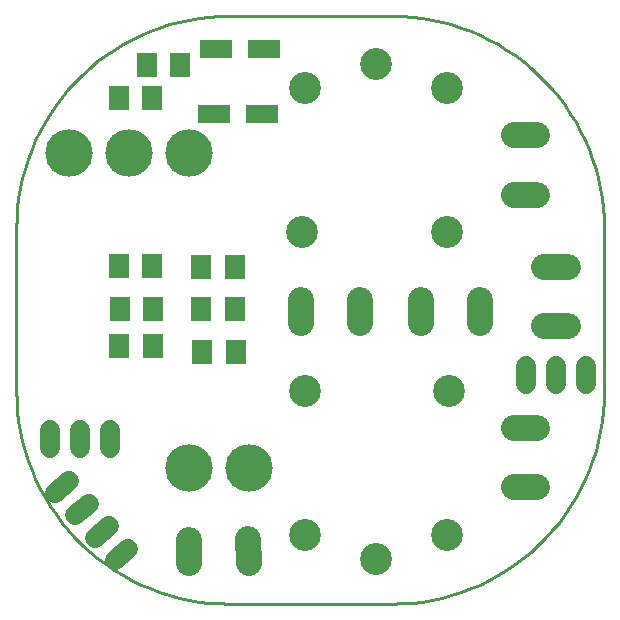
<source format=gbs>
G75*
G70*
%OFA0B0*%
%FSLAX24Y24*%
%IPPOS*%
%LPD*%
%AMOC8*
5,1,8,0,0,1.08239X$1,22.5*
%
%ADD10C,0.0100*%
%ADD11R,0.0710X0.0790*%
%ADD12C,0.1580*%
%ADD13C,0.0860*%
%ADD14R,0.0710X0.0789*%
%ADD15C,0.0680*%
%ADD16R,0.1104X0.0631*%
%ADD17C,0.1064*%
D10*
X007766Y000751D02*
X013187Y000751D01*
X013187Y000750D02*
X013524Y000758D01*
X013861Y000782D01*
X014196Y000822D01*
X014528Y000878D01*
X014858Y000950D01*
X015184Y001037D01*
X015505Y001140D01*
X015821Y001258D01*
X016131Y001390D01*
X016434Y001538D01*
X016731Y001699D01*
X017019Y001875D01*
X017298Y002064D01*
X017568Y002266D01*
X017828Y002481D01*
X018078Y002708D01*
X018316Y002946D01*
X018543Y003196D01*
X018758Y003456D01*
X018960Y003726D01*
X019149Y004005D01*
X019325Y004294D01*
X019486Y004590D01*
X019634Y004893D01*
X019766Y005203D01*
X019884Y005519D01*
X019987Y005840D01*
X020074Y006166D01*
X020146Y006496D01*
X020202Y006828D01*
X020242Y007163D01*
X020266Y007500D01*
X020274Y007837D01*
X020273Y007837D02*
X020273Y013258D01*
X020274Y013258D02*
X020266Y013595D01*
X020242Y013932D01*
X020202Y014267D01*
X020146Y014599D01*
X020074Y014929D01*
X019987Y015255D01*
X019884Y015576D01*
X019766Y015892D01*
X019634Y016202D01*
X019486Y016505D01*
X019325Y016802D01*
X019149Y017090D01*
X018960Y017369D01*
X018758Y017639D01*
X018543Y017899D01*
X018316Y018149D01*
X018078Y018387D01*
X017828Y018614D01*
X017568Y018829D01*
X017298Y019031D01*
X017019Y019220D01*
X016731Y019396D01*
X016434Y019557D01*
X016131Y019705D01*
X015821Y019837D01*
X015505Y019955D01*
X015184Y020058D01*
X014858Y020145D01*
X014528Y020217D01*
X014196Y020273D01*
X013861Y020313D01*
X013524Y020337D01*
X013187Y020345D01*
X007766Y020345D01*
X007429Y020337D01*
X007092Y020313D01*
X006757Y020273D01*
X006425Y020217D01*
X006095Y020145D01*
X005769Y020058D01*
X005448Y019955D01*
X005132Y019837D01*
X004822Y019705D01*
X004519Y019557D01*
X004222Y019396D01*
X003934Y019220D01*
X003655Y019031D01*
X003385Y018829D01*
X003125Y018614D01*
X002875Y018387D01*
X002637Y018149D01*
X002410Y017899D01*
X002195Y017639D01*
X001993Y017369D01*
X001804Y017090D01*
X001628Y016802D01*
X001467Y016505D01*
X001319Y016202D01*
X001187Y015892D01*
X001069Y015576D01*
X000966Y015255D01*
X000879Y014929D01*
X000807Y014599D01*
X000751Y014267D01*
X000711Y013932D01*
X000687Y013595D01*
X000679Y013258D01*
X000679Y007837D01*
X000687Y007500D01*
X000711Y007163D01*
X000751Y006828D01*
X000807Y006496D01*
X000879Y006166D01*
X000966Y005840D01*
X001069Y005519D01*
X001187Y005203D01*
X001319Y004893D01*
X001467Y004590D01*
X001628Y004294D01*
X001804Y004005D01*
X001993Y003726D01*
X002195Y003456D01*
X002410Y003196D01*
X002637Y002946D01*
X002875Y002708D01*
X003125Y002481D01*
X003385Y002266D01*
X003655Y002064D01*
X003934Y001875D01*
X004222Y001699D01*
X004519Y001538D01*
X004822Y001390D01*
X005132Y001258D01*
X005448Y001140D01*
X005769Y001037D01*
X006095Y000950D01*
X006425Y000878D01*
X006757Y000822D01*
X007092Y000782D01*
X007429Y000758D01*
X007766Y000750D01*
D11*
X007995Y009134D03*
X006876Y009134D03*
X006846Y010588D03*
X007966Y010588D03*
X007955Y011973D03*
X006836Y011973D03*
X005245Y010584D03*
X004125Y010584D03*
X004100Y009341D03*
X005220Y009341D03*
D12*
X006434Y005258D03*
X008434Y005258D03*
X006434Y015758D03*
X004434Y015758D03*
X002434Y015758D03*
D13*
X010173Y010875D02*
X010173Y010095D01*
X012153Y010095D02*
X012153Y010875D01*
X014166Y010875D02*
X014166Y010095D01*
X016146Y010095D02*
X016146Y010875D01*
X018284Y010009D02*
X019064Y010009D01*
X019064Y011989D02*
X018284Y011989D01*
X018044Y014384D02*
X017264Y014384D01*
X017264Y016364D02*
X018044Y016364D01*
X018042Y006608D02*
X017262Y006608D01*
X017262Y004628D02*
X018042Y004628D01*
X008419Y002895D02*
X008425Y002115D01*
X006445Y002098D02*
X006439Y002878D01*
D14*
X005208Y012009D03*
X004106Y012009D03*
X004102Y017623D03*
X005204Y017623D03*
X005021Y018699D03*
X006123Y018699D03*
D15*
X003758Y003340D02*
X003308Y002943D01*
X002646Y003693D02*
X003096Y004090D01*
X002435Y004840D02*
X001985Y004443D01*
X001801Y005942D02*
X001801Y006542D01*
X002801Y006542D02*
X002801Y005942D01*
X003801Y005942D02*
X003801Y006542D01*
X004419Y002590D02*
X003969Y002193D01*
X017674Y008073D02*
X017675Y008673D01*
X018675Y008671D02*
X018674Y008071D01*
X019674Y008069D02*
X019675Y008669D01*
D16*
X008870Y017079D03*
X007256Y017079D03*
X007334Y019243D03*
X008948Y019243D03*
D17*
X010298Y017941D03*
X012660Y018728D03*
X015023Y017941D03*
X015023Y013137D03*
X010219Y013137D03*
X010298Y007833D03*
X015101Y007833D03*
X015023Y003030D03*
X012660Y002243D03*
X010298Y003030D03*
M02*

</source>
